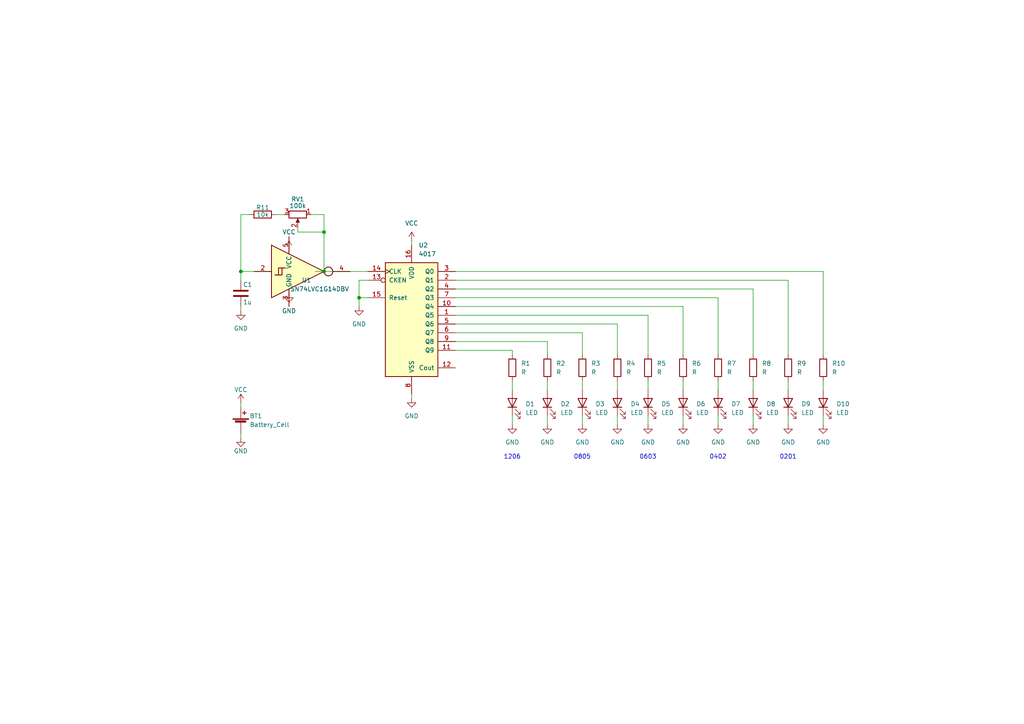
<source format=kicad_sch>
(kicad_sch (version 20230121) (generator eeschema)
  (paper "A4")
  (title_block (title "SMD-Challenge") (date "2023-01-30") (rev "v1.0.0") (company "(c) by C. Zaugg") (comment 3 "Moser Baer branding") (comment 4 "SMD - Challenge Badge"))
  (lib_symbols
    (symbol "4xxx:4017" (pin_names (offset 1.016))
      (property "Reference" "U" (at -7.62 16.51 0))
      (property "Value" "4017" (at -7.62 -19.05 0))
      (symbol "4017_1_0"
        (pin output line (at 12.7 0 180) (length 5.08) (name "Q5") (number "1"))
        (pin output line (at 12.7 2.54 180) (length 5.08) (name "Q4") (number "10"))
        (pin output line (at 12.7 -10.16 180) (length 5.08) (name "Q9") (number "11"))
        (pin output line (at 12.7 -15.24 180) (length 5.08) (name "Cout") (number "12"))
        (pin input inverted (at -12.7 10.16 0) (length 5.08) (name "CKEN") (number "13"))
        (pin input clock (at -12.7 12.7 0) (length 5.08) (name "CLK") (number "14"))
        (pin input line (at -12.7 5.08 0) (length 5.08) (name "Reset") (number "15"))
        (pin power_in line (at 0 20.32 270) (length 5.08) (name "VDD") (number "16"))
        (pin output line (at 12.7 10.16 180) (length 5.08) (name "Q1") (number "2"))
        (pin output line (at 12.7 12.7 180) (length 5.08) (name "Q0") (number "3"))
        (pin output line (at 12.7 7.62 180) (length 5.08) (name "Q2") (number "4"))
        (pin output line (at 12.7 -2.54 180) (length 5.08) (name "Q6") (number "5"))
        (pin output line (at 12.7 -5.08 180) (length 5.08) (name "Q7") (number "6"))
        (pin output line (at 12.7 5.08 180) (length 5.08) (name "Q3") (number "7"))
        (pin power_in line (at 0 -22.86 90) (length 5.08) (name "VSS") (number "8"))
        (pin output line (at 12.7 -7.62 180) (length 5.08) (name "Q8") (number "9"))
      )
      (symbol "4017_1_1"
        (rectangle (start -7.62 15.24) (end 7.62 -17.78) (stroke (width 0.254)) (fill (type background)))
      )
    )
    (symbol "74xGxx:SN74LVC1G14DBV"
      (property "Reference" "U" (at -5.08 10.16 0))
      (property "Value" "SN74LVC1G14DBV" (at 20.32 10.16 0))
      (symbol "SN74LVC1G14DBV_0_1"
        (polyline (pts (xy -2.032 1.016) (xy -1.016 1.016)) (stroke (width 0.254)) (fill (type background)))
        (polyline (pts (xy -5.08 7.62) (xy -5.08 -7.62) (xy 10.16 0) (xy -5.08 7.62)) (stroke (width 0.254)) (fill (type background)))
        (polyline (pts (xy -3.048 -1.016) (xy -3.048 1.016) (xy -2.032 1.016) (xy -2.032 -1.016) (xy -4.064 -1.016)) (stroke (width 0.254)) (fill (type background)))
        (circle (center 11.43 0) (radius 1.27) (stroke (width 0.254)))
      )
      (symbol "SN74LVC1G14DBV_1_1"
        (pin no_connect line (at 10.16 0 180) (length 5.08) hide (name "NC") (number "1"))
        (pin input line (at -10.16 0 0) (length 5.08) (name "~") (number "2"))
        (pin power_in line (at 0 -10.16 90) (length 5.08) (name "GND") (number "3"))
        (pin output line (at 17.78 0 180) (length 5.08) (name "~") (number "4"))
        (pin power_in line (at 0 10.16 270) (length 5.08) (name "VCC") (number "5"))
      )
    )
    (symbol "Device:Battery_Cell" (pin_numbers hide) (pin_names (offset 0) hide)
      (property "Reference" "BT" (at 2.54 2.54 0))
      (property "Value" "Battery_Cell" (at 2.54 0 0))
      (symbol "Battery_Cell_0_1"
        (rectangle (start -2.286 1.778) (end 2.286 1.524) (fill (type outline)))
        (rectangle (start -1.5748 1.1938) (end 1.4732 0.6858) (fill (type outline)))
        (polyline (pts (xy 0 0.762) (xy 0 0)))
        (polyline (pts (xy 0 1.778) (xy 0 2.54)))
        (polyline (pts (xy 0.508 3.429) (xy 1.524 3.429)) (stroke (width 0.254)))
        (polyline (pts (xy 1.016 3.937) (xy 1.016 2.921)) (stroke (width 0.254)))
      )
      (symbol "Battery_Cell_1_1"
        (pin passive line (at 0 5.08 270) (length 2.54) (name "+") (number "1"))
        (pin passive line (at 0 -2.54 90) (length 2.54) (name "-") (number "2"))
      )
    )
    (symbol "Device:C" (pin_numbers hide) (pin_names (offset 0.254))
      (property "Reference" "C" (at 0.635 2.54 0))
      (property "Value" "C" (at 0.635 -2.54 0))
      (symbol "C_0_1"
        (polyline (pts (xy -2.032 -0.762) (xy 2.032 -0.762)) (stroke (width 0.508)))
        (polyline (pts (xy -2.032 0.762) (xy 2.032 0.762)) (stroke (width 0.508)))
      )
      (symbol "C_1_1"
        (pin passive line (at 0 3.81 270) (length 2.794) (name "~") (number "1"))
        (pin passive line (at 0 -3.81 90) (length 2.794) (name "~") (number "2"))
      )
    )
    (symbol "Device:LED" (pin_numbers hide) (pin_names (offset 1.016) hide)
      (property "Reference" "D" (at 0 2.54 0))
      (property "Value" "LED" (at 0 -2.54 0))
      (symbol "LED_0_1"
        (polyline (pts (xy -1.27 -1.27) (xy -1.27 1.27)) (stroke (width 0.254)))
        (polyline (pts (xy -1.27 0) (xy 1.27 0)))
        (polyline (pts (xy 1.27 -1.27) (xy 1.27 1.27) (xy -1.27 0) (xy 1.27 -1.27)) (stroke (width 0.254)))
        (polyline (pts (xy -3.048 -0.762) (xy -4.572 -2.286) (xy -3.81 -2.286) (xy -4.572 -2.286) (xy -4.572 -1.524)))
        (polyline (pts (xy -1.778 -0.762) (xy -3.302 -2.286) (xy -2.54 -2.286) (xy -3.302 -2.286) (xy -3.302 -1.524)))
      )
      (symbol "LED_1_1"
        (pin passive line (at -3.81 0 0) (length 2.54) (name "K") (number "1"))
        (pin passive line (at 3.81 0 180) (length 2.54) (name "A") (number "2"))
      )
    )
    (symbol "Device:R" (pin_numbers hide) (pin_names (offset 0))
      (property "Reference" "R" (at 2.032 0 90))
      (property "Value" "R" (at 0 0 90))
      (symbol "R_0_1"
        (rectangle (start -1.016 -2.54) (end 1.016 2.54) (stroke (width 0.254)))
      )
      (symbol "R_1_1"
        (pin passive line (at 0 3.81 270) (length 1.27) (name "~") (number "1"))
        (pin passive line (at 0 -3.81 90) (length 1.27) (name "~") (number "2"))
      )
    )
    (symbol "Device:R_Potentiometer" (pin_names (offset 1.016) hide)
      (property "Reference" "RV" (at -4.445 0 90))
      (property "Value" "R_Potentiometer" (at -2.54 0 90))
      (symbol "R_Potentiometer_0_1"
        (polyline (pts (xy 2.54 0) (xy 1.524 0)))
        (polyline (pts (xy 1.143 0) (xy 2.286 0.508) (xy 2.286 -0.508) (xy 1.143 0)) (fill (type outline)))
        (rectangle (start 1.016 2.54) (end -1.016 -2.54) (stroke (width 0.254)))
      )
      (symbol "R_Potentiometer_1_1"
        (pin passive line (at 0 3.81 270) (length 1.27) (name "1") (number "1"))
        (pin passive line (at 3.81 0 180) (length 1.27) (name "2") (number "2"))
        (pin passive line (at 0 -3.81 90) (length 1.27) (name "3") (number "3"))
      )
    )
    (symbol "power:GND" (power) (pin_names (offset 0))
      (property "Value" "GND" (at 0 -3.81 0))
      (symbol "GND_0_1"
        (polyline (pts (xy 0 0) (xy 0 -1.27) (xy 1.27 -1.27) (xy 0 -2.54) (xy -1.27 -1.27) (xy 0 -1.27)))
      )
      (symbol "GND_1_1"
        (pin power_in line (at 0 0 270) (length 0) hide (name "GND") (number "1"))
      )
    )
    (symbol "power:VCC" (power) (pin_names (offset 0))
      (property "Value" "VCC" (at 0 3.81 0))
      (symbol "VCC_0_1"
        (polyline (pts (xy -0.762 1.27) (xy 0 2.54)))
        (polyline (pts (xy 0 0) (xy 0 2.54)))
        (polyline (pts (xy 0 2.54) (xy 0.762 1.27)))
      )
      (symbol "VCC_1_1"
        (pin power_in line (at 0 0 90) (length 0) hide (name "VCC") (number "1"))
      )
    )
  )
  (junction (at 104.14 86.36))
  (junction (at 69.85 78.74))
  (junction (at 93.98 78.74))
  (junction (at 93.98 67.31))
  (wire (pts (xy 69.85 116.84) (xy 69.85 118.11)))
  (wire (pts (xy 119.38 69.85) (xy 119.38 71.12)))
  (wire (pts (xy 168.91 120.65) (xy 168.91 123.19)))
  (wire (pts (xy 187.96 91.44) (xy 187.96 102.87)))
  (wire (pts (xy 83.82 72.39) (xy 83.82 73.66)))
  (wire (pts (xy 132.08 91.44) (xy 187.96 91.44)))
  (wire (pts (xy 148.59 101.6) (xy 148.59 102.87)))
  (wire (pts (xy 69.85 62.23) (xy 69.85 78.74)))
  (wire (pts (xy 69.85 78.74) (xy 78.74 78.74)))
  (wire (pts (xy 158.75 113.03) (xy 158.75 110.49)))
  (wire (pts (xy 218.44 120.65) (xy 218.44 123.19)))
  (wire (pts (xy 148.59 120.65) (xy 148.59 123.19)))
  (wire (pts (xy 69.85 88.9) (xy 69.85 90.17)))
  (wire (pts (xy 132.08 78.74) (xy 238.76 78.74)))
  (wire (pts (xy 228.6 120.65) (xy 228.6 123.19)))
  (wire (pts (xy 90.17 62.23) (xy 93.98 62.23)))
  (wire (pts (xy 168.91 113.03) (xy 168.91 110.49)))
  (wire (pts (xy 168.91 96.52) (xy 168.91 102.87)))
  (wire (pts (xy 132.08 96.52) (xy 168.91 96.52)))
  (wire (pts (xy 179.07 113.03) (xy 179.07 110.49)))
  (wire (pts (xy 179.07 93.98) (xy 179.07 102.87)))
  (wire (pts (xy 238.76 113.03) (xy 238.76 110.49)))
  (wire (pts (xy 104.14 88.9) (xy 104.14 86.36)))
  (wire (pts (xy 132.08 83.82) (xy 218.44 83.82)))
  (wire (pts (xy 208.28 120.65) (xy 208.28 123.19)))
  (wire (pts (xy 93.98 78.74) (xy 106.68 78.74)))
  (wire (pts (xy 132.08 99.06) (xy 158.75 99.06)))
  (wire (pts (xy 93.98 67.31) (xy 93.98 78.74)))
  (wire (pts (xy 93.98 62.23) (xy 93.98 67.31)))
  (wire (pts (xy 208.28 86.36) (xy 208.28 102.87)))
  (wire (pts (xy 208.28 86.36) (xy 132.08 86.36)))
  (wire (pts (xy 83.82 85.09) (xy 83.82 83.82)))
  (wire (pts (xy 69.85 127) (xy 69.85 125.73)))
  (wire (pts (xy 238.76 78.74) (xy 238.76 102.87)))
  (wire (pts (xy 198.12 120.65) (xy 198.12 123.19)))
  (wire (pts (xy 238.76 120.65) (xy 238.76 123.19)))
  (wire (pts (xy 80.01 62.23) (xy 82.55 62.23)))
  (wire (pts (xy 132.08 93.98) (xy 179.07 93.98)))
  (wire (pts (xy 187.96 113.03) (xy 187.96 110.49)))
  (wire (pts (xy 228.6 113.03) (xy 228.6 110.49)))
  (wire (pts (xy 104.14 81.28) (xy 104.14 86.36)))
  (wire (pts (xy 179.07 120.65) (xy 179.07 123.19)))
  (wire (pts (xy 104.14 86.36) (xy 106.68 86.36)))
  (wire (pts (xy 132.08 101.6) (xy 148.59 101.6)))
  (wire (pts (xy 218.44 83.82) (xy 218.44 102.87)))
  (wire (pts (xy 228.6 102.87) (xy 228.6 81.28)))
  (wire (pts (xy 187.96 120.65) (xy 187.96 123.19)))
  (wire (pts (xy 198.12 88.9) (xy 198.12 102.87)))
  (wire (pts (xy 86.36 66.04) (xy 86.36 67.31)))
  (wire (pts (xy 72.39 62.23) (xy 69.85 62.23)))
  (wire (pts (xy 106.68 81.28) (xy 104.14 81.28)))
  (wire (pts (xy 198.12 113.03) (xy 198.12 110.49)))
  (wire (pts (xy 218.44 113.03) (xy 218.44 110.49)))
  (wire (pts (xy 119.38 115.57) (xy 119.38 114.3)))
  (wire (pts (xy 86.36 67.31) (xy 93.98 67.31)))
  (wire (pts (xy 132.08 88.9) (xy 198.12 88.9)))
  (wire (pts (xy 158.75 99.06) (xy 158.75 102.87)))
  (wire (pts (xy 158.75 120.65) (xy 158.75 123.19)))
  (wire (pts (xy 91.44 78.74) (xy 93.98 78.74)))
  (wire (pts (xy 69.85 78.74) (xy 69.85 81.28)))
  (wire (pts (xy 228.6 81.28) (xy 132.08 81.28)))
  (wire (pts (xy 148.59 113.03) (xy 148.59 110.49)))
  (wire (pts (xy 208.28 113.03) (xy 208.28 110.49)))
  (text "0201" (at 226.06 133.35 0) (effects (font (size 1.27 1.27)) (justify left bottom)))
  (text "1206" (at 146.05 133.35 0) (effects (font (size 1.27 1.27)) (justify left bottom)))
  (text "0805" (at 166.37 133.35 0) (effects (font (size 1.27 1.27)) (justify left bottom)))
  (text "0402" (at 205.74 133.35 0) (effects (font (size 1.27 1.27)) (justify left bottom)))
  (text "0603" (at 185.42 133.35 0) (effects (font (size 1.27 1.27)) (justify left bottom)))
  (symbol (lib_id "Device:R") (at 198.12 106.68 0) (unit 1)
    (property "Reference" "R6" (at 200.66 105.4099 0) (effects (justify left)))
    (property "Value" "R" (at 200.66 107.9499 0) (effects (justify left)))
    (property "Footprint" "Resistor_SMD:R_0603_1608Metric" (effects hide))
  )
  (symbol (lib_id "Device:R") (at 208.28 106.68 0) (unit 1)
    (property "Reference" "R7" (at 210.82 105.4099 0) (effects (justify left)))
    (property "Value" "R" (at 210.82 107.9499 0) (effects (justify left)))
    (property "Footprint" "Resistor_SMD:R_0402_1005Metric" (effects hide))
  )
  (symbol (lib_id "Device:R") (at 148.59 106.68 0) (unit 1)
    (property "Reference" "R1" (at 151.13 105.4099 0) (effects (justify left)))
    (property "Value" "R" (at 151.13 107.9499 0) (effects (justify left)))
    (property "Footprint" "Resistor_SMD:R_1206_3216Metric" (effects hide))
  )
  (symbol (lib_id "Device:LED") (at 238.76 116.84 90) (unit 1)
    (property "Reference" "D10" (at 242.57 117.1574 90) (effects (justify right)))
    (property "Value" "LED" (at 242.57 119.6974 90) (effects (justify right)))
    (property "Footprint" "LED_SMD:LED_0201_0603Metric" (effects hide))
  )
  (symbol (lib_id "power:VCC") (at 83.82 72.39 0) (unit 1)
    (property "Reference" "#PWR02" (effects hide))
    (property "Value" "VCC" (at 83.82 67.31 0))
  )
  (symbol (lib_id "Device:R") (at 168.91 106.68 0) (unit 1)
    (property "Reference" "R3" (at 171.45 105.4099 0) (effects (justify left)))
    (property "Value" "R" (at 171.45 107.9499 0) (effects (justify left)))
    (property "Footprint" "Resistor_SMD:R_0805_2012Metric" (effects hide))
  )
  (symbol (lib_id "power:GND") (at 119.38 115.57 0) (unit 1)
    (property "Reference" "#PWR06" (effects hide))
    (property "Value" "GND" (at 119.38 120.65 0))
  )
  (symbol (lib_id "Device:LED") (at 218.44 116.84 90) (unit 1)
    (property "Reference" "D8" (at 222.25 117.1574 90) (effects (justify right)))
    (property "Value" "LED" (at 222.25 119.6974 90) (effects (justify right)))
    (property "Footprint" "LED_SMD:LED_0402_1005Metric" (effects hide))
  )
  (symbol (lib_id "74xGxx:SN74LVC1G14DBV") (at 83.82 78.74 0) (unit 1)
    (property "Reference" "U1" (at 88.9 81.28 0))
    (property "Value" "SN74LVC1G14DBV" (at 92.71 83.82 0))
    (property "Footprint" "Package_TO_SOT_SMD:SOT-23-5" (effects hide))
    (property "Datasheet" "http://www.ti.com/lit/ds/symlink/sn74lvc1g14.pdf" (effects hide))
  )
  (symbol (lib_id "power:GND") (at 187.96 123.19 0) (unit 1)
    (property "Reference" "#PWR011" (effects hide))
    (property "Value" "GND" (at 187.96 128.27 0))
  )
  (symbol (lib_id "power:GND") (at 69.85 90.17 0) (unit 1)
    (property "Reference" "#PWR05" (effects hide))
    (property "Value" "GND" (at 69.85 95.25 0))
  )
  (symbol (lib_id "Device:R") (at 76.2 62.23 90) (unit 1)
    (property "Reference" "R11" (at 76.2 60.198 90))
    (property "Value" "10k" (at 76.2 62.23 90))
    (property "Footprint" "Resistor_SMD:R_1206_3216Metric" (effects hide))
  )
  (symbol (lib_id "power:GND") (at 158.75 123.19 0) (unit 1)
    (property "Reference" "#PWR08" (effects hide))
    (property "Value" "GND" (at 158.75 128.27 0))
  )
  (symbol (lib_id "Device:Battery_Cell") (at 69.85 123.19 0) (unit 1)
    (property "Reference" "BT1" (at 72.39 120.65 0) (effects (justify left)))
    (property "Value" "Battery_Cell" (at 72.39 123.19 0) (effects (justify left)))
    (property "Footprint" "Battery:BatteryHolder_Keystone_3002_1x2032" (effects hide))
  )
  (symbol (lib_id "power:GND") (at 198.12 123.19 0) (unit 1)
    (property "Reference" "#PWR012" (effects hide))
    (property "Value" "GND" (at 198.12 128.27 0))
  )
  (symbol (lib_id "Device:R") (at 179.07 106.68 0) (unit 1)
    (property "Reference" "R4" (at 181.61 105.4099 0) (effects (justify left)))
    (property "Value" "R" (at 181.61 107.9499 0) (effects (justify left)))
    (property "Footprint" "Resistor_SMD:R_0805_2012Metric" (effects hide))
  )
  (symbol (lib_id "Device:LED") (at 228.6 116.84 90) (unit 1)
    (property "Reference" "D9" (at 232.41 117.1574 90) (effects (justify right)))
    (property "Value" "LED" (at 232.41 119.6974 90) (effects (justify right)))
    (property "Footprint" "LED_SMD:LED_0201_0603Metric" (effects hide))
  )
  (symbol (lib_id "Device:LED") (at 158.75 116.84 90) (unit 1)
    (property "Reference" "D2" (at 162.56 117.1574 90) (effects (justify right)))
    (property "Value" "LED" (at 162.56 119.6974 90) (effects (justify right)))
    (property "Footprint" "LED_SMD:LED_1206_3216Metric" (effects hide))
  )
  (symbol (lib_id "power:GND") (at 218.44 123.19 0) (unit 1)
    (property "Reference" "#PWR014" (effects hide))
    (property "Value" "GND" (at 218.44 128.27 0))
  )
  (symbol (lib_id "Device:R_Potentiometer") (at 86.36 62.23 270) (unit 1)
    (property "Reference" "RV1" (at 86.36 57.785 90))
    (property "Value" "100k" (at 86.36 59.69 90))
    (property "Footprint" "Potentiometer_SMD:Potentiometer_Bourns_TC33X_Vertical" (effects hide))
  )
  (symbol (lib_id "power:GND") (at 148.59 123.19 0) (unit 1)
    (property "Reference" "#PWR07" (effects hide))
    (property "Value" "GND" (at 148.59 128.27 0))
  )
  (symbol (lib_id "power:GND") (at 69.85 127 0) (unit 1)
    (property "Reference" "#PWR018" (effects hide))
    (property "Value" "GND" (at 69.85 130.81 0))
  )
  (symbol (lib_id "power:GND") (at 168.91 123.19 0) (unit 1)
    (property "Reference" "#PWR09" (effects hide))
    (property "Value" "GND" (at 168.91 128.27 0))
  )
  (symbol (lib_id "power:VCC") (at 69.85 116.84 0) (unit 1)
    (property "Reference" "#PWR017" (effects hide))
    (property "Value" "VCC" (at 69.85 113.03 0))
  )
  (symbol (lib_id "Device:LED") (at 168.91 116.84 90) (unit 1)
    (property "Reference" "D3" (at 172.72 117.1574 90) (effects (justify right)))
    (property "Value" "LED" (at 172.72 119.6974 90) (effects (justify right)))
    (property "Footprint" "LED_SMD:LED_0805_2012Metric" (effects hide))
  )
  (symbol (lib_id "power:GND") (at 179.07 123.19 0) (unit 1)
    (property "Reference" "#PWR010" (effects hide))
    (property "Value" "GND" (at 179.07 128.27 0))
  )
  (symbol (lib_id "Device:R") (at 187.96 106.68 0) (unit 1)
    (property "Reference" "R5" (at 190.5 105.4099 0) (effects (justify left)))
    (property "Value" "R" (at 190.5 107.9499 0) (effects (justify left)))
    (property "Footprint" "Resistor_SMD:R_0603_1608Metric" (effects hide))
  )
  (symbol (lib_id "power:GND") (at 104.14 88.9 0) (unit 1)
    (property "Reference" "#PWR04" (effects hide))
    (property "Value" "GND" (at 104.14 93.98 0))
  )
  (symbol (lib_id "Device:R") (at 158.75 106.68 0) (unit 1)
    (property "Reference" "R2" (at 161.29 105.4099 0) (effects (justify left)))
    (property "Value" "R" (at 161.29 107.9499 0) (effects (justify left)))
    (property "Footprint" "Resistor_SMD:R_1206_3216Metric" (effects hide))
  )
  (symbol (lib_id "power:GND") (at 208.28 123.19 0) (unit 1)
    (property "Reference" "#PWR013" (effects hide))
    (property "Value" "GND" (at 208.28 128.27 0))
  )
  (symbol (lib_id "Device:R") (at 228.6 106.68 0) (unit 1)
    (property "Reference" "R9" (at 231.14 105.4099 0) (effects (justify left)))
    (property "Value" "R" (at 231.14 107.9499 0) (effects (justify left)))
    (property "Footprint" "Resistor_SMD:R_0201_0603Metric" (effects hide))
  )
  (symbol (lib_id "Device:R") (at 218.44 106.68 0) (unit 1)
    (property "Reference" "R8" (at 220.98 105.4099 0) (effects (justify left)))
    (property "Value" "R" (at 220.98 107.9499 0) (effects (justify left)))
    (property "Footprint" "Resistor_SMD:R_0402_1005Metric" (effects hide))
  )
  (symbol (lib_id "power:GND") (at 83.82 85.09 0) (unit 1)
    (property "Reference" "#PWR03" (effects hide))
    (property "Value" "GND" (at 83.82 90.17 0))
  )
  (symbol (lib_id "power:GND") (at 238.76 123.19 0) (unit 1)
    (property "Reference" "#PWR016" (effects hide))
    (property "Value" "GND" (at 238.76 128.27 0))
  )
  (symbol (lib_id "Device:LED") (at 179.07 116.84 90) (unit 1)
    (property "Reference" "D4" (at 182.88 117.1574 90) (effects (justify right)))
    (property "Value" "LED" (at 182.88 119.6974 90) (effects (justify right)))
    (property "Footprint" "LED_SMD:LED_0805_2012Metric" (effects hide))
  )
  (symbol (lib_id "4xxx:4017") (at 119.38 91.44 0) (unit 1)
    (property "Reference" "U2" (at 121.3994 71.12 0) (effects (justify left)))
    (property "Value" "4017" (at 121.3994 73.66 0) (effects (justify left)))
    (property "Footprint" "Package_SO:SO-16_3.9x9.9mm_P1.27mm" (effects hide))
    (property "Datasheet" "http://www.intersil.com/content/dam/Intersil/documents/cd40/cd4017bms-22bms.pdf" (effects hide))
  )
  (symbol (lib_id "Device:LED") (at 187.96 116.84 90) (unit 1)
    (property "Reference" "D5" (at 191.77 117.1574 90) (effects (justify right)))
    (property "Value" "LED" (at 191.77 119.6974 90) (effects (justify right)))
    (property "Footprint" "LED_SMD:LED_0603_1608Metric" (effects hide))
  )
  (symbol (lib_id "Device:R") (at 238.76 106.68 0) (unit 1)
    (property "Reference" "R10" (at 241.3 105.4099 0) (effects (justify left)))
    (property "Value" "R" (at 241.3 107.9499 0) (effects (justify left)))
    (property "Footprint" "Resistor_SMD:R_0201_0603Metric" (effects hide))
  )
  (symbol (lib_id "Device:LED") (at 208.28 116.84 90) (unit 1)
    (property "Reference" "D7" (at 212.09 117.1574 90) (effects (justify right)))
    (property "Value" "LED" (at 212.09 119.6974 90) (effects (justify right)))
    (property "Footprint" "LED_SMD:LED_0402_1005Metric" (effects hide))
  )
  (symbol (lib_id "Device:LED") (at 198.12 116.84 90) (unit 1)
    (property "Reference" "D6" (at 201.93 117.1574 90) (effects (justify right)))
    (property "Value" "LED" (at 201.93 119.6974 90) (effects (justify right)))
    (property "Footprint" "LED_SMD:LED_0603_1608Metric" (effects hide))
  )
  (symbol (lib_id "Device:LED") (at 148.59 116.84 90) (unit 1)
    (property "Reference" "D1" (at 152.4 117.1574 90) (effects (justify right)))
    (property "Value" "LED" (at 152.4 119.6974 90) (effects (justify right)))
    (property "Footprint" "LED_SMD:LED_1206_3216Metric" (effects hide))
  )
  (symbol (lib_id "Device:C") (at 69.85 85.09 0) (unit 1)
    (property "Reference" "C1" (at 70.485 82.55 0) (effects (justify left)))
    (property "Value" "1u" (at 70.485 87.63 0) (effects (justify left)))
    (property "Footprint" "Capacitor_SMD:C_1206_3216Metric" (effects hide))
  )
  (symbol (lib_id "power:GND") (at 228.6 123.19 0) (unit 1)
    (property "Reference" "#PWR015" (effects hide))
    (property "Value" "GND" (at 228.6 128.27 0))
  )
  (symbol (lib_id "power:VCC") (at 119.38 69.85 0) (unit 1)
    (property "Reference" "#PWR01" (effects hide))
    (property "Value" "VCC" (at 119.38 64.77 0))
  )
)
</source>
